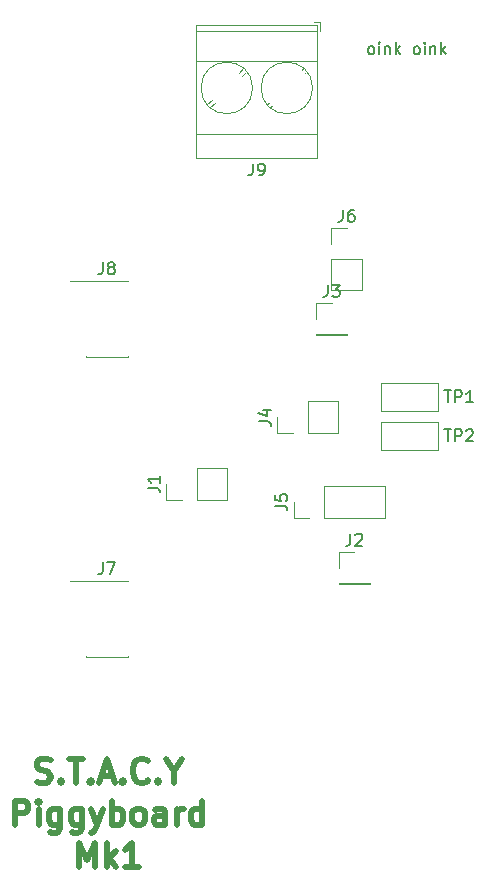
<source format=gto>
G04 #@! TF.GenerationSoftware,KiCad,Pcbnew,(5.1.5)-3*
G04 #@! TF.CreationDate,2021-06-29T21:35:50-07:00*
G04 #@! TF.ProjectId,piggy,70696767-792e-46b6-9963-61645f706362,rev?*
G04 #@! TF.SameCoordinates,Original*
G04 #@! TF.FileFunction,Legend,Top*
G04 #@! TF.FilePolarity,Positive*
%FSLAX46Y46*%
G04 Gerber Fmt 4.6, Leading zero omitted, Abs format (unit mm)*
G04 Created by KiCad (PCBNEW (5.1.5)-3) date 2021-06-29 21:35:50*
%MOMM*%
%LPD*%
G04 APERTURE LIST*
%ADD10C,0.508000*%
%ADD11C,0.150000*%
%ADD12C,0.120000*%
%ADD13C,4.502000*%
%ADD14C,2.102000*%
%ADD15O,1.802000X1.802000*%
%ADD16R,1.802000X1.802000*%
%ADD17C,2.702000*%
%ADD18R,2.702000X2.702000*%
%ADD19R,2.502000X0.842000*%
G04 APERTURE END LIST*
D10*
X72819380Y-128076476D02*
X73109666Y-128173238D01*
X73593476Y-128173238D01*
X73787000Y-128076476D01*
X73883761Y-127979714D01*
X73980523Y-127786190D01*
X73980523Y-127592666D01*
X73883761Y-127399142D01*
X73787000Y-127302380D01*
X73593476Y-127205619D01*
X73206428Y-127108857D01*
X73012904Y-127012095D01*
X72916142Y-126915333D01*
X72819380Y-126721809D01*
X72819380Y-126528285D01*
X72916142Y-126334761D01*
X73012904Y-126238000D01*
X73206428Y-126141238D01*
X73690238Y-126141238D01*
X73980523Y-126238000D01*
X74851380Y-127979714D02*
X74948142Y-128076476D01*
X74851380Y-128173238D01*
X74754619Y-128076476D01*
X74851380Y-127979714D01*
X74851380Y-128173238D01*
X75528714Y-126141238D02*
X76689857Y-126141238D01*
X76109285Y-128173238D02*
X76109285Y-126141238D01*
X77367190Y-127979714D02*
X77463952Y-128076476D01*
X77367190Y-128173238D01*
X77270428Y-128076476D01*
X77367190Y-127979714D01*
X77367190Y-128173238D01*
X78238047Y-127592666D02*
X79205666Y-127592666D01*
X78044523Y-128173238D02*
X78721857Y-126141238D01*
X79399190Y-128173238D01*
X80076523Y-127979714D02*
X80173285Y-128076476D01*
X80076523Y-128173238D01*
X79979761Y-128076476D01*
X80076523Y-127979714D01*
X80076523Y-128173238D01*
X82205285Y-127979714D02*
X82108523Y-128076476D01*
X81818238Y-128173238D01*
X81624714Y-128173238D01*
X81334428Y-128076476D01*
X81140904Y-127882952D01*
X81044142Y-127689428D01*
X80947380Y-127302380D01*
X80947380Y-127012095D01*
X81044142Y-126625047D01*
X81140904Y-126431523D01*
X81334428Y-126238000D01*
X81624714Y-126141238D01*
X81818238Y-126141238D01*
X82108523Y-126238000D01*
X82205285Y-126334761D01*
X83076142Y-127979714D02*
X83172904Y-128076476D01*
X83076142Y-128173238D01*
X82979380Y-128076476D01*
X83076142Y-127979714D01*
X83076142Y-128173238D01*
X84430809Y-127205619D02*
X84430809Y-128173238D01*
X83753476Y-126141238D02*
X84430809Y-127205619D01*
X85108142Y-126141238D01*
X70932523Y-131729238D02*
X70932523Y-129697238D01*
X71706619Y-129697238D01*
X71900142Y-129794000D01*
X71996904Y-129890761D01*
X72093666Y-130084285D01*
X72093666Y-130374571D01*
X71996904Y-130568095D01*
X71900142Y-130664857D01*
X71706619Y-130761619D01*
X70932523Y-130761619D01*
X72964523Y-131729238D02*
X72964523Y-130374571D01*
X72964523Y-129697238D02*
X72867761Y-129794000D01*
X72964523Y-129890761D01*
X73061285Y-129794000D01*
X72964523Y-129697238D01*
X72964523Y-129890761D01*
X74803000Y-130374571D02*
X74803000Y-132019523D01*
X74706238Y-132213047D01*
X74609476Y-132309809D01*
X74415952Y-132406571D01*
X74125666Y-132406571D01*
X73932142Y-132309809D01*
X74803000Y-131632476D02*
X74609476Y-131729238D01*
X74222428Y-131729238D01*
X74028904Y-131632476D01*
X73932142Y-131535714D01*
X73835380Y-131342190D01*
X73835380Y-130761619D01*
X73932142Y-130568095D01*
X74028904Y-130471333D01*
X74222428Y-130374571D01*
X74609476Y-130374571D01*
X74803000Y-130471333D01*
X76641476Y-130374571D02*
X76641476Y-132019523D01*
X76544714Y-132213047D01*
X76447952Y-132309809D01*
X76254428Y-132406571D01*
X75964142Y-132406571D01*
X75770619Y-132309809D01*
X76641476Y-131632476D02*
X76447952Y-131729238D01*
X76060904Y-131729238D01*
X75867380Y-131632476D01*
X75770619Y-131535714D01*
X75673857Y-131342190D01*
X75673857Y-130761619D01*
X75770619Y-130568095D01*
X75867380Y-130471333D01*
X76060904Y-130374571D01*
X76447952Y-130374571D01*
X76641476Y-130471333D01*
X77415571Y-130374571D02*
X77899380Y-131729238D01*
X78383190Y-130374571D02*
X77899380Y-131729238D01*
X77705857Y-132213047D01*
X77609095Y-132309809D01*
X77415571Y-132406571D01*
X79157285Y-131729238D02*
X79157285Y-129697238D01*
X79157285Y-130471333D02*
X79350809Y-130374571D01*
X79737857Y-130374571D01*
X79931380Y-130471333D01*
X80028142Y-130568095D01*
X80124904Y-130761619D01*
X80124904Y-131342190D01*
X80028142Y-131535714D01*
X79931380Y-131632476D01*
X79737857Y-131729238D01*
X79350809Y-131729238D01*
X79157285Y-131632476D01*
X81286047Y-131729238D02*
X81092523Y-131632476D01*
X80995761Y-131535714D01*
X80899000Y-131342190D01*
X80899000Y-130761619D01*
X80995761Y-130568095D01*
X81092523Y-130471333D01*
X81286047Y-130374571D01*
X81576333Y-130374571D01*
X81769857Y-130471333D01*
X81866619Y-130568095D01*
X81963380Y-130761619D01*
X81963380Y-131342190D01*
X81866619Y-131535714D01*
X81769857Y-131632476D01*
X81576333Y-131729238D01*
X81286047Y-131729238D01*
X83705095Y-131729238D02*
X83705095Y-130664857D01*
X83608333Y-130471333D01*
X83414809Y-130374571D01*
X83027761Y-130374571D01*
X82834238Y-130471333D01*
X83705095Y-131632476D02*
X83511571Y-131729238D01*
X83027761Y-131729238D01*
X82834238Y-131632476D01*
X82737476Y-131438952D01*
X82737476Y-131245428D01*
X82834238Y-131051904D01*
X83027761Y-130955142D01*
X83511571Y-130955142D01*
X83705095Y-130858380D01*
X84672714Y-131729238D02*
X84672714Y-130374571D01*
X84672714Y-130761619D02*
X84769476Y-130568095D01*
X84866238Y-130471333D01*
X85059761Y-130374571D01*
X85253285Y-130374571D01*
X86801476Y-131729238D02*
X86801476Y-129697238D01*
X86801476Y-131632476D02*
X86607952Y-131729238D01*
X86220904Y-131729238D01*
X86027380Y-131632476D01*
X85930619Y-131535714D01*
X85833857Y-131342190D01*
X85833857Y-130761619D01*
X85930619Y-130568095D01*
X86027380Y-130471333D01*
X86220904Y-130374571D01*
X86607952Y-130374571D01*
X86801476Y-130471333D01*
X76399571Y-135285238D02*
X76399571Y-133253238D01*
X77076904Y-134704666D01*
X77754238Y-133253238D01*
X77754238Y-135285238D01*
X78721857Y-135285238D02*
X78721857Y-133253238D01*
X78915380Y-134511142D02*
X79495952Y-135285238D01*
X79495952Y-133930571D02*
X78721857Y-134704666D01*
X81431190Y-135285238D02*
X80270047Y-135285238D01*
X80850619Y-135285238D02*
X80850619Y-133253238D01*
X80657095Y-133543523D01*
X80463571Y-133737047D01*
X80270047Y-133833809D01*
D11*
X101044761Y-66492380D02*
X100949523Y-66444761D01*
X100901904Y-66397142D01*
X100854285Y-66301904D01*
X100854285Y-66016190D01*
X100901904Y-65920952D01*
X100949523Y-65873333D01*
X101044761Y-65825714D01*
X101187619Y-65825714D01*
X101282857Y-65873333D01*
X101330476Y-65920952D01*
X101378095Y-66016190D01*
X101378095Y-66301904D01*
X101330476Y-66397142D01*
X101282857Y-66444761D01*
X101187619Y-66492380D01*
X101044761Y-66492380D01*
X101806666Y-66492380D02*
X101806666Y-65825714D01*
X101806666Y-65492380D02*
X101759047Y-65540000D01*
X101806666Y-65587619D01*
X101854285Y-65540000D01*
X101806666Y-65492380D01*
X101806666Y-65587619D01*
X102282857Y-65825714D02*
X102282857Y-66492380D01*
X102282857Y-65920952D02*
X102330476Y-65873333D01*
X102425714Y-65825714D01*
X102568571Y-65825714D01*
X102663809Y-65873333D01*
X102711428Y-65968571D01*
X102711428Y-66492380D01*
X103187619Y-66492380D02*
X103187619Y-65492380D01*
X103282857Y-66111428D02*
X103568571Y-66492380D01*
X103568571Y-65825714D02*
X103187619Y-66206666D01*
X104901904Y-66492380D02*
X104806666Y-66444761D01*
X104759047Y-66397142D01*
X104711428Y-66301904D01*
X104711428Y-66016190D01*
X104759047Y-65920952D01*
X104806666Y-65873333D01*
X104901904Y-65825714D01*
X105044761Y-65825714D01*
X105140000Y-65873333D01*
X105187619Y-65920952D01*
X105235238Y-66016190D01*
X105235238Y-66301904D01*
X105187619Y-66397142D01*
X105140000Y-66444761D01*
X105044761Y-66492380D01*
X104901904Y-66492380D01*
X105663809Y-66492380D02*
X105663809Y-65825714D01*
X105663809Y-65492380D02*
X105616190Y-65540000D01*
X105663809Y-65587619D01*
X105711428Y-65540000D01*
X105663809Y-65492380D01*
X105663809Y-65587619D01*
X106140000Y-65825714D02*
X106140000Y-66492380D01*
X106140000Y-65920952D02*
X106187619Y-65873333D01*
X106282857Y-65825714D01*
X106425714Y-65825714D01*
X106520952Y-65873333D01*
X106568571Y-65968571D01*
X106568571Y-66492380D01*
X107044761Y-66492380D02*
X107044761Y-65492380D01*
X107140000Y-66111428D02*
X107425714Y-66492380D01*
X107425714Y-65825714D02*
X107044761Y-66206666D01*
D12*
X106824000Y-97606000D02*
X101924000Y-97606000D01*
X106824000Y-100006000D02*
X106824000Y-97606000D01*
X101924000Y-100006000D02*
X106824000Y-100006000D01*
X101924000Y-97606000D02*
X101924000Y-100006000D01*
X106824000Y-94304000D02*
X101924000Y-94304000D01*
X106824000Y-96704000D02*
X106824000Y-94304000D01*
X101924000Y-96704000D02*
X106824000Y-96704000D01*
X101924000Y-94304000D02*
X101924000Y-96704000D01*
X97730000Y-81220000D02*
X99060000Y-81220000D01*
X97730000Y-82550000D02*
X97730000Y-81220000D01*
X97730000Y-83820000D02*
X100390000Y-83820000D01*
X100390000Y-83820000D02*
X100390000Y-86420000D01*
X97730000Y-83820000D02*
X97730000Y-86420000D01*
X97730000Y-86420000D02*
X100390000Y-86420000D01*
X94555000Y-105724000D02*
X94555000Y-104394000D01*
X95885000Y-105724000D02*
X94555000Y-105724000D01*
X97155000Y-105724000D02*
X97155000Y-103064000D01*
X97155000Y-103064000D02*
X102295000Y-103064000D01*
X97155000Y-105724000D02*
X102295000Y-105724000D01*
X102295000Y-105724000D02*
X102295000Y-103064000D01*
X93158000Y-98548500D02*
X93158000Y-97218500D01*
X94488000Y-98548500D02*
X93158000Y-98548500D01*
X95758000Y-98548500D02*
X95758000Y-95888500D01*
X95758000Y-95888500D02*
X98358000Y-95888500D01*
X95758000Y-98548500D02*
X98358000Y-98548500D01*
X98358000Y-98548500D02*
X98358000Y-95888500D01*
X83760000Y-104200000D02*
X83760000Y-102870000D01*
X85090000Y-104200000D02*
X83760000Y-104200000D01*
X86360000Y-104200000D02*
X86360000Y-101540000D01*
X86360000Y-101540000D02*
X88960000Y-101540000D01*
X86360000Y-104200000D02*
X88960000Y-104200000D01*
X88960000Y-104200000D02*
X88960000Y-101540000D01*
X96820000Y-63742000D02*
X96320000Y-63742000D01*
X96820000Y-64482000D02*
X96820000Y-63742000D01*
X90158000Y-68350000D02*
X90553000Y-67954000D01*
X87512000Y-70996000D02*
X87892000Y-70616000D01*
X89907000Y-68068000D02*
X90287000Y-67688000D01*
X87246000Y-70730000D02*
X87641000Y-70334000D01*
X95528000Y-68061000D02*
X95634000Y-67954000D01*
X92592000Y-70996000D02*
X92699000Y-70889000D01*
X95262000Y-67795000D02*
X95368000Y-67688000D01*
X92326000Y-70730000D02*
X92433000Y-70623000D01*
X86300000Y-75302000D02*
X86300000Y-63982000D01*
X96580000Y-75302000D02*
X96580000Y-63982000D01*
X96580000Y-63982000D02*
X86300000Y-63982000D01*
X96580000Y-75302000D02*
X86300000Y-75302000D01*
X96580000Y-73242000D02*
X86300000Y-73242000D01*
X96580000Y-67042000D02*
X86300000Y-67042000D01*
X96580000Y-64542000D02*
X86300000Y-64542000D01*
X91080000Y-69342000D02*
G75*
G03X91080000Y-69342000I-2180000J0D01*
G01*
X96160000Y-69342000D02*
G75*
G03X96160000Y-69342000I-2180000J0D01*
G01*
X80505000Y-92070000D02*
X80505000Y-92135000D01*
X76975000Y-92070000D02*
X76975000Y-92135000D01*
X80505000Y-85665000D02*
X80505000Y-85730000D01*
X76975000Y-85665000D02*
X76975000Y-85730000D01*
X75650000Y-85730000D02*
X76975000Y-85730000D01*
X76975000Y-92135000D02*
X80505000Y-92135000D01*
X76975000Y-85665000D02*
X80505000Y-85665000D01*
X80505000Y-117470000D02*
X80505000Y-117535000D01*
X76975000Y-117470000D02*
X76975000Y-117535000D01*
X80505000Y-111065000D02*
X80505000Y-111130000D01*
X76975000Y-111065000D02*
X76975000Y-111130000D01*
X75650000Y-111130000D02*
X76975000Y-111130000D01*
X76975000Y-117535000D02*
X80505000Y-117535000D01*
X76975000Y-111065000D02*
X80505000Y-111065000D01*
X96460000Y-87570000D02*
X97790000Y-87570000D01*
X96460000Y-88900000D02*
X96460000Y-87570000D01*
X96460000Y-90170000D02*
X99120000Y-90170000D01*
X99120000Y-90170000D02*
X99120000Y-90230000D01*
X96460000Y-90170000D02*
X96460000Y-90230000D01*
X96460000Y-90230000D02*
X99120000Y-90230000D01*
X98365000Y-108652000D02*
X99695000Y-108652000D01*
X98365000Y-109982000D02*
X98365000Y-108652000D01*
X98365000Y-111252000D02*
X101025000Y-111252000D01*
X101025000Y-111252000D02*
X101025000Y-111312000D01*
X98365000Y-111252000D02*
X98365000Y-111312000D01*
X98365000Y-111312000D02*
X101025000Y-111312000D01*
D11*
X107323095Y-98258380D02*
X107894523Y-98258380D01*
X107608809Y-99258380D02*
X107608809Y-98258380D01*
X108227857Y-99258380D02*
X108227857Y-98258380D01*
X108608809Y-98258380D01*
X108704047Y-98306000D01*
X108751666Y-98353619D01*
X108799285Y-98448857D01*
X108799285Y-98591714D01*
X108751666Y-98686952D01*
X108704047Y-98734571D01*
X108608809Y-98782190D01*
X108227857Y-98782190D01*
X109180238Y-98353619D02*
X109227857Y-98306000D01*
X109323095Y-98258380D01*
X109561190Y-98258380D01*
X109656428Y-98306000D01*
X109704047Y-98353619D01*
X109751666Y-98448857D01*
X109751666Y-98544095D01*
X109704047Y-98686952D01*
X109132619Y-99258380D01*
X109751666Y-99258380D01*
X107323095Y-94956380D02*
X107894523Y-94956380D01*
X107608809Y-95956380D02*
X107608809Y-94956380D01*
X108227857Y-95956380D02*
X108227857Y-94956380D01*
X108608809Y-94956380D01*
X108704047Y-95004000D01*
X108751666Y-95051619D01*
X108799285Y-95146857D01*
X108799285Y-95289714D01*
X108751666Y-95384952D01*
X108704047Y-95432571D01*
X108608809Y-95480190D01*
X108227857Y-95480190D01*
X109751666Y-95956380D02*
X109180238Y-95956380D01*
X109465952Y-95956380D02*
X109465952Y-94956380D01*
X109370714Y-95099238D01*
X109275476Y-95194476D01*
X109180238Y-95242095D01*
X98726666Y-79672380D02*
X98726666Y-80386666D01*
X98679047Y-80529523D01*
X98583809Y-80624761D01*
X98440952Y-80672380D01*
X98345714Y-80672380D01*
X99631428Y-79672380D02*
X99440952Y-79672380D01*
X99345714Y-79720000D01*
X99298095Y-79767619D01*
X99202857Y-79910476D01*
X99155238Y-80100952D01*
X99155238Y-80481904D01*
X99202857Y-80577142D01*
X99250476Y-80624761D01*
X99345714Y-80672380D01*
X99536190Y-80672380D01*
X99631428Y-80624761D01*
X99679047Y-80577142D01*
X99726666Y-80481904D01*
X99726666Y-80243809D01*
X99679047Y-80148571D01*
X99631428Y-80100952D01*
X99536190Y-80053333D01*
X99345714Y-80053333D01*
X99250476Y-80100952D01*
X99202857Y-80148571D01*
X99155238Y-80243809D01*
X93007380Y-104727333D02*
X93721666Y-104727333D01*
X93864523Y-104774952D01*
X93959761Y-104870190D01*
X94007380Y-105013047D01*
X94007380Y-105108285D01*
X93007380Y-103774952D02*
X93007380Y-104251142D01*
X93483571Y-104298761D01*
X93435952Y-104251142D01*
X93388333Y-104155904D01*
X93388333Y-103917809D01*
X93435952Y-103822571D01*
X93483571Y-103774952D01*
X93578809Y-103727333D01*
X93816904Y-103727333D01*
X93912142Y-103774952D01*
X93959761Y-103822571D01*
X94007380Y-103917809D01*
X94007380Y-104155904D01*
X93959761Y-104251142D01*
X93912142Y-104298761D01*
X91610380Y-97551833D02*
X92324666Y-97551833D01*
X92467523Y-97599452D01*
X92562761Y-97694690D01*
X92610380Y-97837547D01*
X92610380Y-97932785D01*
X91943714Y-96647071D02*
X92610380Y-96647071D01*
X91562761Y-96885166D02*
X92277047Y-97123261D01*
X92277047Y-96504214D01*
X82212380Y-103203333D02*
X82926666Y-103203333D01*
X83069523Y-103250952D01*
X83164761Y-103346190D01*
X83212380Y-103489047D01*
X83212380Y-103584285D01*
X83212380Y-102203333D02*
X83212380Y-102774761D01*
X83212380Y-102489047D02*
X82212380Y-102489047D01*
X82355238Y-102584285D01*
X82450476Y-102679523D01*
X82498095Y-102774761D01*
X91106666Y-75754380D02*
X91106666Y-76468666D01*
X91059047Y-76611523D01*
X90963809Y-76706761D01*
X90820952Y-76754380D01*
X90725714Y-76754380D01*
X91630476Y-76754380D02*
X91820952Y-76754380D01*
X91916190Y-76706761D01*
X91963809Y-76659142D01*
X92059047Y-76516285D01*
X92106666Y-76325809D01*
X92106666Y-75944857D01*
X92059047Y-75849619D01*
X92011428Y-75802000D01*
X91916190Y-75754380D01*
X91725714Y-75754380D01*
X91630476Y-75802000D01*
X91582857Y-75849619D01*
X91535238Y-75944857D01*
X91535238Y-76182952D01*
X91582857Y-76278190D01*
X91630476Y-76325809D01*
X91725714Y-76373428D01*
X91916190Y-76373428D01*
X92011428Y-76325809D01*
X92059047Y-76278190D01*
X92106666Y-76182952D01*
X78406666Y-84117380D02*
X78406666Y-84831666D01*
X78359047Y-84974523D01*
X78263809Y-85069761D01*
X78120952Y-85117380D01*
X78025714Y-85117380D01*
X79025714Y-84545952D02*
X78930476Y-84498333D01*
X78882857Y-84450714D01*
X78835238Y-84355476D01*
X78835238Y-84307857D01*
X78882857Y-84212619D01*
X78930476Y-84165000D01*
X79025714Y-84117380D01*
X79216190Y-84117380D01*
X79311428Y-84165000D01*
X79359047Y-84212619D01*
X79406666Y-84307857D01*
X79406666Y-84355476D01*
X79359047Y-84450714D01*
X79311428Y-84498333D01*
X79216190Y-84545952D01*
X79025714Y-84545952D01*
X78930476Y-84593571D01*
X78882857Y-84641190D01*
X78835238Y-84736428D01*
X78835238Y-84926904D01*
X78882857Y-85022142D01*
X78930476Y-85069761D01*
X79025714Y-85117380D01*
X79216190Y-85117380D01*
X79311428Y-85069761D01*
X79359047Y-85022142D01*
X79406666Y-84926904D01*
X79406666Y-84736428D01*
X79359047Y-84641190D01*
X79311428Y-84593571D01*
X79216190Y-84545952D01*
X78406666Y-109517380D02*
X78406666Y-110231666D01*
X78359047Y-110374523D01*
X78263809Y-110469761D01*
X78120952Y-110517380D01*
X78025714Y-110517380D01*
X78787619Y-109517380D02*
X79454285Y-109517380D01*
X79025714Y-110517380D01*
X97456666Y-86022380D02*
X97456666Y-86736666D01*
X97409047Y-86879523D01*
X97313809Y-86974761D01*
X97170952Y-87022380D01*
X97075714Y-87022380D01*
X97837619Y-86022380D02*
X98456666Y-86022380D01*
X98123333Y-86403333D01*
X98266190Y-86403333D01*
X98361428Y-86450952D01*
X98409047Y-86498571D01*
X98456666Y-86593809D01*
X98456666Y-86831904D01*
X98409047Y-86927142D01*
X98361428Y-86974761D01*
X98266190Y-87022380D01*
X97980476Y-87022380D01*
X97885238Y-86974761D01*
X97837619Y-86927142D01*
X99361666Y-107104380D02*
X99361666Y-107818666D01*
X99314047Y-107961523D01*
X99218809Y-108056761D01*
X99075952Y-108104380D01*
X98980714Y-108104380D01*
X99790238Y-107199619D02*
X99837857Y-107152000D01*
X99933095Y-107104380D01*
X100171190Y-107104380D01*
X100266428Y-107152000D01*
X100314047Y-107199619D01*
X100361666Y-107294857D01*
X100361666Y-107390095D01*
X100314047Y-107532952D01*
X99742619Y-108104380D01*
X100361666Y-108104380D01*
%LPC*%
D13*
X113030000Y-140970000D03*
X69850000Y-140970000D03*
X113030000Y-67310000D03*
X69850000Y-67310000D03*
D14*
X105664000Y-98806000D03*
X103124000Y-98806000D03*
X105664000Y-95504000D03*
X103124000Y-95504000D03*
D15*
X99060000Y-85090000D03*
D16*
X99060000Y-82550000D03*
D15*
X100965000Y-104394000D03*
X98425000Y-104394000D03*
D16*
X95885000Y-104394000D03*
D15*
X97028000Y-97218500D03*
D16*
X94488000Y-97218500D03*
D15*
X87630000Y-102870000D03*
D16*
X85090000Y-102870000D03*
D17*
X88900000Y-69342000D03*
D18*
X93980000Y-69342000D03*
D19*
X80690000Y-91440000D03*
X76790000Y-91440000D03*
X80690000Y-90170000D03*
X76790000Y-90170000D03*
X80690000Y-88900000D03*
X76790000Y-88900000D03*
X80690000Y-87630000D03*
X76790000Y-87630000D03*
X80690000Y-86360000D03*
X76790000Y-86360000D03*
X80690000Y-116840000D03*
X76790000Y-116840000D03*
X80690000Y-115570000D03*
X76790000Y-115570000D03*
X80690000Y-114300000D03*
X76790000Y-114300000D03*
X80690000Y-113030000D03*
X76790000Y-113030000D03*
X80690000Y-111760000D03*
X76790000Y-111760000D03*
D16*
X97790000Y-88900000D03*
X99695000Y-109982000D03*
M02*

</source>
